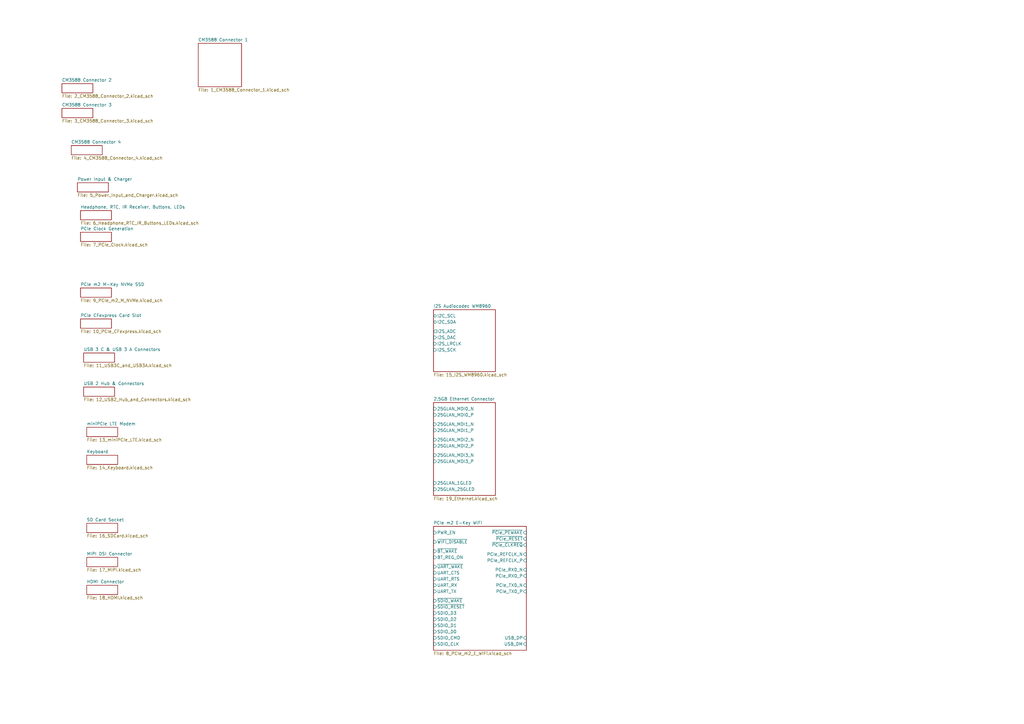
<source format=kicad_sch>
(kicad_sch
	(version 20250114)
	(generator "eeschema")
	(generator_version "9.0")
	(uuid "e8df7ad4-0398-46fe-8df2-22f014c5f1dd")
	(paper "A3")
	(lib_symbols)
	(sheet
		(at 31.75 74.93)
		(size 12.7 3.81)
		(exclude_from_sim no)
		(in_bom yes)
		(on_board yes)
		(dnp no)
		(fields_autoplaced yes)
		(stroke
			(width 0.1524)
			(type solid)
		)
		(fill
			(color 0 0 0 0.0000)
		)
		(uuid "07fa1f4a-4f08-4a00-b91a-2935c9cd6246")
		(property "Sheetname" "Power Input & Charger"
			(at 31.75 74.2184 0)
			(effects
				(font
					(size 1.27 1.27)
				)
				(justify left bottom)
			)
		)
		(property "Sheetfile" "5_Power_Input_and_Charger.kicad_sch"
			(at 31.75 79.3246 0)
			(effects
				(font
					(size 1.27 1.27)
				)
				(justify left top)
			)
		)
		(instances
			(project "mainboard"
				(path "/e8df7ad4-0398-46fe-8df2-22f014c5f1dd"
					(page "5")
				)
			)
		)
	)
	(sheet
		(at 81.28 17.78)
		(size 17.78 17.78)
		(exclude_from_sim no)
		(in_bom yes)
		(on_board yes)
		(dnp no)
		(fields_autoplaced yes)
		(stroke
			(width 0.1524)
			(type solid)
		)
		(fill
			(color 0 0 0 0.0000)
		)
		(uuid "179b20ca-7cf4-4c76-8c3b-b8b4c6c25c72")
		(property "Sheetname" "CM3588 Connector 1"
			(at 81.28 17.0684 0)
			(effects
				(font
					(size 1.27 1.27)
				)
				(justify left bottom)
			)
		)
		(property "Sheetfile" "1_CM3588_Connector_1.kicad_sch"
			(at 81.28 36.1446 0)
			(effects
				(font
					(size 1.27 1.27)
				)
				(justify left top)
			)
		)
		(instances
			(project "mainboard"
				(path "/e8df7ad4-0398-46fe-8df2-22f014c5f1dd"
					(page "1")
				)
			)
		)
	)
	(sheet
		(at 35.56 240.03)
		(size 12.7 3.81)
		(exclude_from_sim no)
		(in_bom yes)
		(on_board yes)
		(dnp no)
		(fields_autoplaced yes)
		(stroke
			(width 0.1524)
			(type solid)
		)
		(fill
			(color 0 0 0 0.0000)
		)
		(uuid "18d9dc9f-f158-4b8c-8c03-4e0e0e17c019")
		(property "Sheetname" "HDMI Connector"
			(at 35.56 239.3184 0)
			(effects
				(font
					(size 1.27 1.27)
				)
				(justify left bottom)
			)
		)
		(property "Sheetfile" "18_HDMI.kicad_sch"
			(at 35.56 244.4246 0)
			(effects
				(font
					(size 1.27 1.27)
				)
				(justify left top)
			)
		)
		(instances
			(project "mainboard"
				(path "/e8df7ad4-0398-46fe-8df2-22f014c5f1dd"
					(page "18")
				)
			)
		)
	)
	(sheet
		(at 33.02 95.25)
		(size 12.7 3.81)
		(exclude_from_sim no)
		(in_bom yes)
		(on_board yes)
		(dnp no)
		(fields_autoplaced yes)
		(stroke
			(width 0.1524)
			(type solid)
		)
		(fill
			(color 0 0 0 0.0000)
		)
		(uuid "484c6dee-af44-4b63-a825-46ce928312ff")
		(property "Sheetname" "PCIe Clock Generation"
			(at 33.02 94.5384 0)
			(effects
				(font
					(size 1.27 1.27)
				)
				(justify left bottom)
			)
		)
		(property "Sheetfile" "7_PCIe_Clock.kicad_sch"
			(at 33.02 99.6446 0)
			(effects
				(font
					(size 1.27 1.27)
				)
				(justify left top)
			)
		)
		(instances
			(project "mainboard"
				(path "/e8df7ad4-0398-46fe-8df2-22f014c5f1dd"
					(page "7")
				)
			)
		)
	)
	(sheet
		(at 33.02 118.11)
		(size 12.7 3.81)
		(exclude_from_sim no)
		(in_bom yes)
		(on_board yes)
		(dnp no)
		(fields_autoplaced yes)
		(stroke
			(width 0.1524)
			(type solid)
		)
		(fill
			(color 0 0 0 0.0000)
		)
		(uuid "6669fa1e-f015-4347-b375-5371b2a452c4")
		(property "Sheetname" "PCIe m2 M-Key NVMe SSD"
			(at 33.02 117.3984 0)
			(effects
				(font
					(size 1.27 1.27)
				)
				(justify left bottom)
			)
		)
		(property "Sheetfile" "9_PCIe_m2_M_NVMe.kicad_sch"
			(at 33.02 122.5046 0)
			(effects
				(font
					(size 1.27 1.27)
				)
				(justify left top)
			)
		)
		(instances
			(project "mainboard"
				(path "/e8df7ad4-0398-46fe-8df2-22f014c5f1dd"
					(page "9")
				)
			)
		)
	)
	(sheet
		(at 25.4 44.45)
		(size 12.7 3.81)
		(exclude_from_sim no)
		(in_bom yes)
		(on_board yes)
		(dnp no)
		(fields_autoplaced yes)
		(stroke
			(width 0.1524)
			(type solid)
		)
		(fill
			(color 0 0 0 0.0000)
		)
		(uuid "68a2b222-807f-4ee1-877f-9299e0573b20")
		(property "Sheetname" "CM3588 Connector 3"
			(at 25.4 43.7384 0)
			(effects
				(font
					(size 1.27 1.27)
				)
				(justify left bottom)
			)
		)
		(property "Sheetfile" "3_CM3588_Connector_3.kicad_sch"
			(at 25.4 48.8446 0)
			(effects
				(font
					(size 1.27 1.27)
				)
				(justify left top)
			)
		)
		(instances
			(project "mainboard"
				(path "/e8df7ad4-0398-46fe-8df2-22f014c5f1dd"
					(page "3")
				)
			)
		)
	)
	(sheet
		(at 35.56 175.26)
		(size 12.7 3.81)
		(exclude_from_sim no)
		(in_bom yes)
		(on_board yes)
		(dnp no)
		(fields_autoplaced yes)
		(stroke
			(width 0.1524)
			(type solid)
		)
		(fill
			(color 0 0 0 0.0000)
		)
		(uuid "8644110b-fd44-4bf7-8252-8da3b2442694")
		(property "Sheetname" "miniPCIe LTE Modem"
			(at 35.56 174.5484 0)
			(effects
				(font
					(size 1.27 1.27)
				)
				(justify left bottom)
			)
		)
		(property "Sheetfile" "13_miniPCIe_LTE.kicad_sch"
			(at 35.56 179.6546 0)
			(effects
				(font
					(size 1.27 1.27)
				)
				(justify left top)
			)
		)
		(instances
			(project "mainboard"
				(path "/e8df7ad4-0398-46fe-8df2-22f014c5f1dd"
					(page "13")
				)
			)
		)
	)
	(sheet
		(at 35.56 214.63)
		(size 12.7 3.81)
		(exclude_from_sim no)
		(in_bom yes)
		(on_board yes)
		(dnp no)
		(fields_autoplaced yes)
		(stroke
			(width 0.1524)
			(type solid)
		)
		(fill
			(color 0 0 0 0.0000)
		)
		(uuid "8986aa19-15b1-4e69-80f7-caad2369fd75")
		(property "Sheetname" "SD Card Socket"
			(at 35.56 213.9184 0)
			(effects
				(font
					(size 1.27 1.27)
				)
				(justify left bottom)
			)
		)
		(property "Sheetfile" "16_SDCard.kicad_sch"
			(at 35.56 219.0246 0)
			(effects
				(font
					(size 1.27 1.27)
				)
				(justify left top)
			)
		)
		(instances
			(project "mainboard"
				(path "/e8df7ad4-0398-46fe-8df2-22f014c5f1dd"
					(page "16")
				)
			)
		)
	)
	(sheet
		(at 34.29 158.75)
		(size 12.7 3.81)
		(exclude_from_sim no)
		(in_bom yes)
		(on_board yes)
		(dnp no)
		(fields_autoplaced yes)
		(stroke
			(width 0.1524)
			(type solid)
		)
		(fill
			(color 0 0 0 0.0000)
		)
		(uuid "8cfb5e11-a71f-45fa-8675-4058f56774f6")
		(property "Sheetname" "USB 2 Hub & Connectors"
			(at 34.29 158.0384 0)
			(effects
				(font
					(size 1.27 1.27)
				)
				(justify left bottom)
			)
		)
		(property "Sheetfile" "12_USB2_Hub_and_Connectors.kicad_sch"
			(at 34.29 163.1446 0)
			(effects
				(font
					(size 1.27 1.27)
				)
				(justify left top)
			)
		)
		(instances
			(project "mainboard"
				(path "/e8df7ad4-0398-46fe-8df2-22f014c5f1dd"
					(page "12")
				)
			)
		)
	)
	(sheet
		(at 35.56 228.6)
		(size 12.7 3.81)
		(exclude_from_sim no)
		(in_bom yes)
		(on_board yes)
		(dnp no)
		(fields_autoplaced yes)
		(stroke
			(width 0.1524)
			(type solid)
		)
		(fill
			(color 0 0 0 0.0000)
		)
		(uuid "92c68f36-3049-4ded-92bc-6a7d51e36adb")
		(property "Sheetname" "MIPI DSI Connector"
			(at 35.56 227.8884 0)
			(effects
				(font
					(size 1.27 1.27)
				)
				(justify left bottom)
			)
		)
		(property "Sheetfile" "17_MIPI.kicad_sch"
			(at 35.56 232.9946 0)
			(effects
				(font
					(size 1.27 1.27)
				)
				(justify left top)
			)
		)
		(instances
			(project "mainboard"
				(path "/e8df7ad4-0398-46fe-8df2-22f014c5f1dd"
					(page "17")
				)
			)
		)
	)
	(sheet
		(at 29.21 59.69)
		(size 12.7 3.81)
		(exclude_from_sim no)
		(in_bom yes)
		(on_board yes)
		(dnp no)
		(fields_autoplaced yes)
		(stroke
			(width 0.1524)
			(type solid)
		)
		(fill
			(color 0 0 0 0.0000)
		)
		(uuid "98643362-4360-4082-9fcf-14e673c38aa5")
		(property "Sheetname" "CM3588 Connector 4"
			(at 29.21 58.9784 0)
			(effects
				(font
					(size 1.27 1.27)
				)
				(justify left bottom)
			)
		)
		(property "Sheetfile" "4_CM3588_Connector_4.kicad_sch"
			(at 29.21 64.0846 0)
			(effects
				(font
					(size 1.27 1.27)
				)
				(justify left top)
			)
		)
		(instances
			(project "mainboard"
				(path "/e8df7ad4-0398-46fe-8df2-22f014c5f1dd"
					(page "4")
				)
			)
		)
	)
	(sheet
		(at 177.8 165.1)
		(size 25.4 38.1)
		(exclude_from_sim no)
		(in_bom yes)
		(on_board yes)
		(dnp no)
		(fields_autoplaced yes)
		(stroke
			(width 0.1524)
			(type solid)
		)
		(fill
			(color 0 0 0 0.0000)
		)
		(uuid "a5e27188-7231-4ab7-9c42-d430df737766")
		(property "Sheetname" "2.5GB Ethernet Connector"
			(at 177.8 164.3884 0)
			(effects
				(font
					(size 1.27 1.27)
				)
				(justify left bottom)
			)
		)
		(property "Sheetfile" "19_Ethernet.kicad_sch"
			(at 177.8 203.7846 0)
			(effects
				(font
					(size 1.27 1.27)
				)
				(justify left top)
			)
		)
		(pin "25GLAN_1GLED" input
			(at 177.8 198.12 180)
			(uuid "ea970541-ad9d-4d0d-8547-911cd1b37aa9")
			(effects
				(font
					(size 1.27 1.27)
				)
				(justify left)
			)
		)
		(pin "25GLAN_25GLED" input
			(at 177.8 200.66 180)
			(uuid "24cd0925-74b4-4560-a33f-7ae7e76c3a3e")
			(effects
				(font
					(size 1.27 1.27)
				)
				(justify left)
			)
		)
		(pin "25GLAN_MDI0_N" input
			(at 177.8 167.64 180)
			(uuid "f4af2d9b-10aa-40d9-9350-e6784521ac08")
			(effects
				(font
					(size 1.27 1.27)
				)
				(justify left)
			)
		)
		(pin "25GLAN_MDI0_P" input
			(at 177.8 170.18 180)
			(uuid "8dc62061-0699-45aa-8299-c65240602a1a")
			(effects
				(font
					(size 1.27 1.27)
				)
				(justify left)
			)
		)
		(pin "25GLAN_MDI1_N" input
			(at 177.8 173.99 180)
			(uuid "43d26a30-eace-40b0-aa03-d92c1c451f27")
			(effects
				(font
					(size 1.27 1.27)
				)
				(justify left)
			)
		)
		(pin "25GLAN_MDI1_P" input
			(at 177.8 176.53 180)
			(uuid "be8f7c3b-1e68-430d-85c9-d46a41f163fc")
			(effects
				(font
					(size 1.27 1.27)
				)
				(justify left)
			)
		)
		(pin "25GLAN_MDI2_N" input
			(at 177.8 180.34 180)
			(uuid "d967f382-784f-41fb-b4e8-dee48dc0690a")
			(effects
				(font
					(size 1.27 1.27)
				)
				(justify left)
			)
		)
		(pin "25GLAN_MDI2_P" input
			(at 177.8 182.88 180)
			(uuid "c38142cb-b0fb-4b38-9cc8-5fc01535ef0e")
			(effects
				(font
					(size 1.27 1.27)
				)
				(justify left)
			)
		)
		(pin "25GLAN_MDI3_N" input
			(at 177.8 186.69 180)
			(uuid "f5e953cf-b5bc-460c-a839-2c64b5e03602")
			(effects
				(font
					(size 1.27 1.27)
				)
				(justify left)
			)
		)
		(pin "25GLAN_MDI3_P" input
			(at 177.8 189.23 180)
			(uuid "f14274d4-a744-4264-9042-6c9ae352287b")
			(effects
				(font
					(size 1.27 1.27)
				)
				(justify left)
			)
		)
		(instances
			(project "mainboard"
				(path "/e8df7ad4-0398-46fe-8df2-22f014c5f1dd"
					(page "19")
				)
			)
		)
	)
	(sheet
		(at 177.8 215.9)
		(size 38.1 50.8)
		(exclude_from_sim no)
		(in_bom yes)
		(on_board yes)
		(dnp no)
		(fields_autoplaced yes)
		(stroke
			(width 0.1524)
			(type solid)
		)
		(fill
			(color 0 0 0 0.0000)
		)
		(uuid "a6c4e84f-5700-4370-a676-0959800a711a")
		(property "Sheetname" "PCIe m2 E-Key WiFi"
			(at 177.8 215.1884 0)
			(effects
				(font
					(size 1.27 1.27)
				)
				(justify left bottom)
			)
		)
		(property "Sheetfile" "8_PCIe_m2_E_WiFi.kicad_sch"
			(at 177.8 267.2846 0)
			(effects
				(font
					(size 1.27 1.27)
				)
				(justify left top)
			)
		)
		(pin "BT_REG_ON" input
			(at 177.8 228.6 180)
			(uuid "a419b7ef-d2ce-48c8-9df0-fcf1a3ee2669")
			(effects
				(font
					(size 1.27 1.27)
				)
				(justify left)
			)
		)
		(pin "PCIe_REFCLK_N" input
			(at 215.9 227.33 0)
			(uuid "ca33330a-3ba5-40ef-bc00-d2d7c19c15d3")
			(effects
				(font
					(size 1.27 1.27)
				)
				(justify right)
			)
		)
		(pin "PCIe_REFCLK_P" input
			(at 215.9 229.87 0)
			(uuid "61da3f16-0238-4bb8-a176-9311cc4d7c2b")
			(effects
				(font
					(size 1.27 1.27)
				)
				(justify right)
			)
		)
		(pin "PCIe_RX0_N" input
			(at 215.9 233.68 0)
			(uuid "8228758c-c887-4d14-aa2c-d1df368fa549")
			(effects
				(font
					(size 1.27 1.27)
				)
				(justify right)
			)
		)
		(pin "PCIe_RX0_P" input
			(at 215.9 236.22 0)
			(uuid "dfc69cb8-e98f-4d79-8e62-5d3b37eecdea")
			(effects
				(font
					(size 1.27 1.27)
				)
				(justify right)
			)
		)
		(pin "PCIe_TX0_N" input
			(at 215.9 240.03 0)
			(uuid "78154470-766a-439c-8d1c-92322baaa908")
			(effects
				(font
					(size 1.27 1.27)
				)
				(justify right)
			)
		)
		(pin "PCIe_TX0_P" input
			(at 215.9 242.57 0)
			(uuid "503d3434-3c92-4a17-8739-9187ca703ca5")
			(effects
				(font
					(size 1.27 1.27)
				)
				(justify right)
			)
		)
		(pin "PWR_EN" input
			(at 177.8 218.44 180)
			(uuid "a7721f1a-3755-4947-91e0-d0b49bc47497")
			(effects
				(font
					(size 1.27 1.27)
				)
				(justify left)
			)
		)
		(pin "SDIO_CLK" input
			(at 177.8 264.16 180)
			(uuid "89183d58-0cbf-45e9-998f-97e595956f39")
			(effects
				(font
					(size 1.27 1.27)
				)
				(justify left)
			)
		)
		(pin "SDIO_CMD" input
			(at 177.8 261.62 180)
			(uuid "3bb7f4f1-9a71-4b78-b11b-4ca417f19018")
			(effects
				(font
					(size 1.27 1.27)
				)
				(justify left)
			)
		)
		(pin "SDIO_D0" input
			(at 177.8 259.08 180)
			(uuid "499148c3-e452-4ed6-b36a-c0e2089c3a94")
			(effects
				(font
					(size 1.27 1.27)
				)
				(justify left)
			)
		)
		(pin "SDIO_D1" input
			(at 177.8 256.54 180)
			(uuid "1400c6b0-63da-4346-9fb5-4902b32a7de9")
			(effects
				(font
					(size 1.27 1.27)
				)
				(justify left)
			)
		)
		(pin "SDIO_D2" input
			(at 177.8 254 180)
			(uuid "37efb270-c9d5-4b1b-be84-7619150bb51b")
			(effects
				(font
					(size 1.27 1.27)
				)
				(justify left)
			)
		)
		(pin "SDIO_D3" input
			(at 177.8 251.46 180)
			(uuid "1dee3050-9556-46d2-a108-a109e34b8695")
			(effects
				(font
					(size 1.27 1.27)
				)
				(justify left)
			)
		)
		(pin "UART_CTS" input
			(at 177.8 234.95 180)
			(uuid "b651bca2-48fb-403b-8841-d46b695d6cfc")
			(effects
				(font
					(size 1.27 1.27)
				)
				(justify left)
			)
		)
		(pin "UART_RTS" input
			(at 177.8 237.49 180)
			(uuid "178e3ca4-fb21-4b7a-a25a-558444f803c6")
			(effects
				(font
					(size 1.27 1.27)
				)
				(justify left)
			)
		)
		(pin "UART_RX" input
			(at 177.8 240.03 180)
			(uuid "2f9ac340-3503-4c65-8831-74bdd8592184")
			(effects
				(font
					(size 1.27 1.27)
				)
				(justify left)
			)
		)
		(pin "UART_TX" input
			(at 177.8 242.57 180)
			(uuid "1c71a551-eee1-48d4-b955-f9bc9aa211b6")
			(effects
				(font
					(size 1.27 1.27)
				)
				(justify left)
			)
		)
		(pin "USB_DM" input
			(at 215.9 264.16 0)
			(uuid "c0331a03-48c8-4488-8c45-a89ec165729c")
			(effects
				(font
					(size 1.27 1.27)
				)
				(justify right)
			)
		)
		(pin "USB_DP" input
			(at 215.9 261.62 0)
			(uuid "acb8ba47-8f80-4fa0-be1d-36d1669db348")
			(effects
				(font
					(size 1.27 1.27)
				)
				(justify right)
			)
		)
		(pin "~{BT_WAKE}" input
			(at 177.8 226.06 180)
			(uuid "a216ab39-c948-4b57-9a98-3bd3e87d2e01")
			(effects
				(font
					(size 1.27 1.27)
				)
				(justify left)
			)
		)
		(pin "~{PCIe_CLKREQ}" input
			(at 215.9 223.52 0)
			(uuid "4bff014c-8b0d-48a3-b158-8f9f6e4951ad")
			(effects
				(font
					(size 1.27 1.27)
				)
				(justify right)
			)
		)
		(pin "~{PCIe_PEWAKE}" input
			(at 215.9 218.44 0)
			(uuid "d7264f83-4ba1-489e-9a91-27a7834d0ff4")
			(effects
				(font
					(size 1.27 1.27)
				)
				(justify right)
			)
		)
		(pin "~{PCIe_RESET}" input
			(at 215.9 220.98 0)
			(uuid "b58f351d-6c24-407f-a647-c139a0292561")
			(effects
				(font
					(size 1.27 1.27)
				)
				(justify right)
			)
		)
		(pin "~{SDIO_RESET}" input
			(at 177.8 248.92 180)
			(uuid "dee584bb-8033-4eeb-b90d-86d151453088")
			(effects
				(font
					(size 1.27 1.27)
				)
				(justify left)
			)
		)
		(pin "~{SDIO_WAKE}" input
			(at 177.8 246.38 180)
			(uuid "ddb31367-03bd-4df6-b0ba-7254b66df4d9")
			(effects
				(font
					(size 1.27 1.27)
				)
				(justify left)
			)
		)
		(pin "~{UART_WAKE}" input
			(at 177.8 232.41 180)
			(uuid "ed4b98d1-e965-49cc-8add-ab57c8718b2c")
			(effects
				(font
					(size 1.27 1.27)
				)
				(justify left)
			)
		)
		(pin "~{WIFI_DISABLE}" input
			(at 177.8 222.25 180)
			(uuid "20ceb7d5-05bb-4826-b8b7-95f4ba3358d9")
			(effects
				(font
					(size 1.27 1.27)
				)
				(justify left)
			)
		)
		(instances
			(project "mainboard"
				(path "/e8df7ad4-0398-46fe-8df2-22f014c5f1dd"
					(page "8")
				)
			)
		)
	)
	(sheet
		(at 177.8 127)
		(size 25.4 25.4)
		(exclude_from_sim no)
		(in_bom yes)
		(on_board yes)
		(dnp no)
		(fields_autoplaced yes)
		(stroke
			(width 0.1524)
			(type solid)
		)
		(fill
			(color 0 0 0 0.0000)
		)
		(uuid "b257af20-c8e7-4b15-a490-5e02f5f9fd5b")
		(property "Sheetname" "I2S Audiocodec WM8960"
			(at 177.8 126.2884 0)
			(effects
				(font
					(size 1.27 1.27)
				)
				(justify left bottom)
			)
		)
		(property "Sheetfile" "15_I2S_WM8960.kicad_sch"
			(at 177.8 152.9846 0)
			(effects
				(font
					(size 1.27 1.27)
				)
				(justify left top)
			)
		)
		(pin "I2C_SCL" bidirectional
			(at 177.8 129.54 180)
			(uuid "979cdd8e-a106-445d-b8a7-48f177e59667")
			(effects
				(font
					(size 1.27 1.27)
				)
				(justify left)
			)
		)
		(pin "I2C_SDA" bidirectional
			(at 177.8 132.08 180)
			(uuid "282c9627-54b5-4aa2-bee8-89a08e502522")
			(effects
				(font
					(size 1.27 1.27)
				)
				(justify left)
			)
		)
		(pin "I2S_ADC" output
			(at 177.8 135.89 180)
			(uuid "a05cbe98-0618-446b-883e-d0c320231d4f")
			(effects
				(font
					(size 1.27 1.27)
				)
				(justify left)
			)
		)
		(pin "I2S_DAC" input
			(at 177.8 138.43 180)
			(uuid "b2c31b22-7b40-4714-bd58-1e419d037485")
			(effects
				(font
					(size 1.27 1.27)
				)
				(justify left)
			)
		)
		(pin "I2S_LRCLK" input
			(at 177.8 140.97 180)
			(uuid "db7ee098-c218-4701-9252-75e9f0dd2637")
			(effects
				(font
					(size 1.27 1.27)
				)
				(justify left)
			)
		)
		(pin "I2S_SCK" input
			(at 177.8 143.51 180)
			(uuid "29494526-8279-4f0f-9c50-01e51fd57fc1")
			(effects
				(font
					(size 1.27 1.27)
				)
				(justify left)
			)
		)
		(instances
			(project "mainboard"
				(path "/e8df7ad4-0398-46fe-8df2-22f014c5f1dd"
					(page "15")
				)
			)
		)
	)
	(sheet
		(at 34.29 144.78)
		(size 12.7 3.81)
		(exclude_from_sim no)
		(in_bom yes)
		(on_board yes)
		(dnp no)
		(fields_autoplaced yes)
		(stroke
			(width 0.1524)
			(type solid)
		)
		(fill
			(color 0 0 0 0.0000)
		)
		(uuid "b40728d0-bb26-4ad0-892e-a0f99316494b")
		(property "Sheetname" "USB 3 C & USB 3 A Connectors"
			(at 34.29 144.0684 0)
			(effects
				(font
					(size 1.27 1.27)
				)
				(justify left bottom)
			)
		)
		(property "Sheetfile" "11_USB3C_and_USB3A.kicad_sch"
			(at 34.29 149.1746 0)
			(effects
				(font
					(size 1.27 1.27)
				)
				(justify left top)
			)
		)
		(instances
			(project "mainboard"
				(path "/e8df7ad4-0398-46fe-8df2-22f014c5f1dd"
					(page "11")
				)
			)
		)
	)
	(sheet
		(at 35.56 186.69)
		(size 12.7 3.81)
		(exclude_from_sim no)
		(in_bom yes)
		(on_board yes)
		(dnp no)
		(fields_autoplaced yes)
		(stroke
			(width 0.1524)
			(type solid)
		)
		(fill
			(color 0 0 0 0.0000)
		)
		(uuid "b53c68d6-890a-48ca-a848-4e830d0e96f7")
		(property "Sheetname" "Keyboard"
			(at 35.56 185.9784 0)
			(effects
				(font
					(size 1.27 1.27)
				)
				(justify left bottom)
			)
		)
		(property "Sheetfile" "14_Keyboard.kicad_sch"
			(at 35.56 191.0846 0)
			(effects
				(font
					(size 1.27 1.27)
				)
				(justify left top)
			)
		)
		(instances
			(project "mainboard"
				(path "/e8df7ad4-0398-46fe-8df2-22f014c5f1dd"
					(page "14")
				)
			)
		)
	)
	(sheet
		(at 25.4 34.29)
		(size 12.7 3.81)
		(exclude_from_sim no)
		(in_bom yes)
		(on_board yes)
		(dnp no)
		(fields_autoplaced yes)
		(stroke
			(width 0.1524)
			(type solid)
		)
		(fill
			(color 0 0 0 0.0000)
		)
		(uuid "bcd9a7a9-7c30-4b20-85c5-75455db96f45")
		(property "Sheetname" "CM3588 Connector 2"
			(at 25.4 33.5784 0)
			(effects
				(font
					(size 1.27 1.27)
				)
				(justify left bottom)
			)
		)
		(property "Sheetfile" "2_CM3588_Connector_2.kicad_sch"
			(at 25.4 38.6846 0)
			(effects
				(font
					(size 1.27 1.27)
				)
				(justify left top)
			)
		)
		(instances
			(project "mainboard"
				(path "/e8df7ad4-0398-46fe-8df2-22f014c5f1dd"
					(page "2")
				)
			)
		)
	)
	(sheet
		(at 33.02 86.36)
		(size 12.7 3.81)
		(exclude_from_sim no)
		(in_bom yes)
		(on_board yes)
		(dnp no)
		(fields_autoplaced yes)
		(stroke
			(width 0.1524)
			(type solid)
		)
		(fill
			(color 0 0 0 0.0000)
		)
		(uuid "c1c653fe-8be5-421f-be33-d886be37e0a5")
		(property "Sheetname" "Headphone, RTC, IR Receiver, Buttons, LEDs"
			(at 33.02 85.6484 0)
			(effects
				(font
					(size 1.27 1.27)
				)
				(justify left bottom)
			)
		)
		(property "Sheetfile" "6_Headphone_RTC_IR_Buttons_LEDs.kicad_sch"
			(at 33.02 90.7546 0)
			(effects
				(font
					(size 1.27 1.27)
				)
				(justify left top)
			)
		)
		(instances
			(project "mainboard"
				(path "/e8df7ad4-0398-46fe-8df2-22f014c5f1dd"
					(page "6")
				)
			)
		)
	)
	(sheet
		(at 33.02 130.81)
		(size 12.7 3.81)
		(exclude_from_sim no)
		(in_bom yes)
		(on_board yes)
		(dnp no)
		(fields_autoplaced yes)
		(stroke
			(width 0.1524)
			(type solid)
		)
		(fill
			(color 0 0 0 0.0000)
		)
		(uuid "e7fb8ba8-ec6e-4e12-955d-f90b904d700b")
		(property "Sheetname" "PCIe CFexpress Card Slot"
			(at 33.02 130.0984 0)
			(effects
				(font
					(size 1.27 1.27)
				)
				(justify left bottom)
			)
		)
		(property "Sheetfile" "10_PCIe_CFexpress.kicad_sch"
			(at 33.02 135.2046 0)
			(effects
				(font
					(size 1.27 1.27)
				)
				(justify left top)
			)
		)
		(instances
			(project "mainboard"
				(path "/e8df7ad4-0398-46fe-8df2-22f014c5f1dd"
					(page "10")
				)
			)
		)
	)
	(sheet_instances
		(path "/"
			(page "0")
		)
	)
	(embedded_fonts no)
	(embedded_files
		(file
			(name "A3_ISO5457-1999_ISO7200-2004-compact_EN.kicad_wks")
			(type worksheet)
			(data |KLUv/WBhIyUiACaqeCUQrbgB3wq561/zHS4DZ1bsoBEJEmVkiIiIKJO/3MeAqqqGgFIBcQBqAGkA
				y90R8ouOsTYnc+DiJXsjuwQlLJgi8eqtbrelDURyRpvp0pweHzWF/ny+YrT5hzsWrE55JEb/4ZMy
				/U+Smp4nEmgyzbZKkGQ+lIePeNQ0dlYnD4EkXIIipmkOq09A1Vv8GaUq7xWjCvCV6fJEDy55KCas
				52J0IzT3AW8bcGw4yAWLH8Mtx5CNJWO5WDZLZrksIy8I13vtXLfGjPFarnv6S/7QSwT6qgKxFqMv
				TZFWaGOtJorR5i3esGDWt/jLn3C+6eZsc7LVqxeEvQzh9kYJ5ZOuSSYXS9lrcYwBPj3iU6PnAUmT
				hzc0rQ25tcYX4DzlEPVIQpU0UZU7AmLcBhlybNYMNtbYW8jKze3r9noZt11RIYvqlptBhqz7Whfy
				gswUP3ltVP/npymbVZdb42Z19WJhtHpW6C4sWJokl2ii4HzTzdYzAM1zmK1TECBgWBxXYxc0WI49
				R2u3DcZaQ20OfKyBFzeW01GZ43YQiPzuE4bmPN4mkZ4EZrFSVZBGJvV/tkEnwh2O3+tlPh5RVIVB
				Bzx6iDFXVf75qm2jLq8vOaXymAwei5gmRTEcr4tUiP/js/FY+0MKgUmowXBLRkSSpKCQ5vERIYgw
				W3UySAwDIRTDARlIMRhCIZJDAiIggiIkxCBjTgXmAwRYtcuOPfmcfE+UZp3iNJq0sGNgjzFCXpi1
				1JnEVh8YhGH6FRRskCwCdUxrSdKXaESAhBcT9B7vNZqYihTW45d4+WJK/8maE2nhs922Ehdik8p2
				KIBItOZsadcyeuTIoXTSwHaBULl8zL5Mq6y0VyE7+/ws/BJqyZAL/t1mVbRHodIbeGfsOnAVqxlp
				LreH/CjzWsWr/Q9CejwLZ9WLlm0AmJlUtJrRYtPBNIFPVMcypMxjFLLNxSRJWnyBTp4zBql26/9V
				M1dOuQYRGZjCtqSiyf7WNjQvhcCdteVlFFAgHqe/UYRosQMXJGoOqo0ztK9Adc0UpxL1vFtB7BC8
				toG+yKNFw8bJm72toMmoVumH7fvFefn8ze5//gJI+uYPLHcx9AbuLf+LdqQi7p+GHrH+iyPU+/UQ
				+n0VhHq+HkJ/r4JQ10sQyuss6E75+yBz7JaUnEhOLC3hhEwi4ByRBkoeEXGrmROTbhLT5B30Y+Iw
				eLixSl3p8iNeLYdBqw4hDlM9hhOl2hsnBxmEPoR3SFnmUw4iBDUwH5mT2afZv/70nLEIkrB0tUJP
				8Dp+DhSLnEV3/XoO5dseUOT0t8gnDjjYbz1iHBp3aUCv4SWbI1U5CWImEFlAuq/BTbDWUNSNwXzL
				aEyt9T1oeoQ+olH+W2P6Wr5S5lNY09aaoE8WtwOGWhBFuI0FTqaMfEFtSCVqV6LqeFPaRSg7PwFv
				65oXP5wdimnw5YX7tQinpqhUAQ==|
			)
			(checksum "390B5D6CBC7D9953924469EDACCB19C5")
		)
	)
)

</source>
